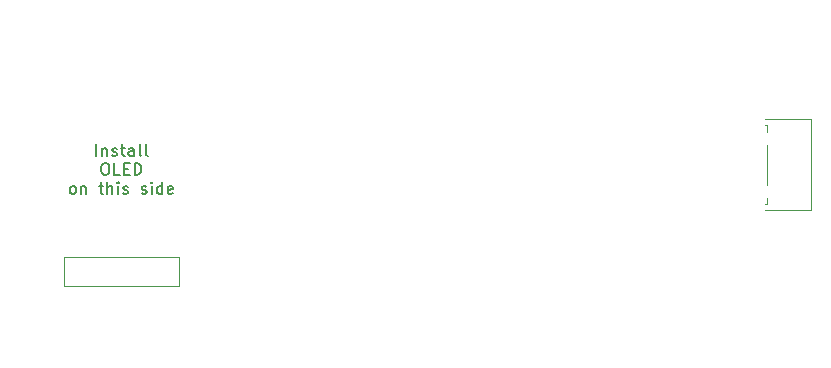
<source format=gbr>
%TF.GenerationSoftware,KiCad,Pcbnew,(6.0.4)*%
%TF.CreationDate,2022-05-04T20:00:02+02:00*%
%TF.ProjectId,TutelPad,54757465-6c50-4616-942e-6b696361645f,rev1.0*%
%TF.SameCoordinates,Original*%
%TF.FileFunction,Legend,Top*%
%TF.FilePolarity,Positive*%
%FSLAX46Y46*%
G04 Gerber Fmt 4.6, Leading zero omitted, Abs format (unit mm)*
G04 Created by KiCad (PCBNEW (6.0.4)) date 2022-05-04 20:00:02*
%MOMM*%
%LPD*%
G01*
G04 APERTURE LIST*
%ADD10C,0.150000*%
%ADD11C,0.120000*%
%ADD12R,1.752600X1.752600*%
%ADD13C,1.752600*%
%ADD14C,1.750000*%
%ADD15C,4.000000*%
%ADD16C,2.500000*%
%ADD17C,2.100000*%
%ADD18C,1.200000*%
%ADD19R,1.600000X2.000000*%
%ADD20O,1.600000X2.000000*%
G04 APERTURE END LIST*
D10*
X151589702Y-99455819D02*
X151589702Y-98455819D01*
X152065892Y-98789153D02*
X152065892Y-99455819D01*
X152065892Y-98884391D02*
X152113511Y-98836772D01*
X152208750Y-98789153D01*
X152351607Y-98789153D01*
X152446845Y-98836772D01*
X152494464Y-98932010D01*
X152494464Y-99455819D01*
X152923035Y-99408200D02*
X153018273Y-99455819D01*
X153208750Y-99455819D01*
X153303988Y-99408200D01*
X153351607Y-99312962D01*
X153351607Y-99265343D01*
X153303988Y-99170105D01*
X153208750Y-99122486D01*
X153065892Y-99122486D01*
X152970654Y-99074867D01*
X152923035Y-98979629D01*
X152923035Y-98932010D01*
X152970654Y-98836772D01*
X153065892Y-98789153D01*
X153208750Y-98789153D01*
X153303988Y-98836772D01*
X153637321Y-98789153D02*
X154018273Y-98789153D01*
X153780178Y-98455819D02*
X153780178Y-99312962D01*
X153827797Y-99408200D01*
X153923035Y-99455819D01*
X154018273Y-99455819D01*
X154780178Y-99455819D02*
X154780178Y-98932010D01*
X154732559Y-98836772D01*
X154637321Y-98789153D01*
X154446845Y-98789153D01*
X154351607Y-98836772D01*
X154780178Y-99408200D02*
X154684940Y-99455819D01*
X154446845Y-99455819D01*
X154351607Y-99408200D01*
X154303988Y-99312962D01*
X154303988Y-99217724D01*
X154351607Y-99122486D01*
X154446845Y-99074867D01*
X154684940Y-99074867D01*
X154780178Y-99027248D01*
X155399226Y-99455819D02*
X155303988Y-99408200D01*
X155256369Y-99312962D01*
X155256369Y-98455819D01*
X155923035Y-99455819D02*
X155827797Y-99408200D01*
X155780178Y-99312962D01*
X155780178Y-98455819D01*
X152256369Y-100065819D02*
X152446845Y-100065819D01*
X152542083Y-100113439D01*
X152637321Y-100208677D01*
X152684940Y-100399153D01*
X152684940Y-100732486D01*
X152637321Y-100922962D01*
X152542083Y-101018200D01*
X152446845Y-101065819D01*
X152256369Y-101065819D01*
X152161130Y-101018200D01*
X152065892Y-100922962D01*
X152018273Y-100732486D01*
X152018273Y-100399153D01*
X152065892Y-100208677D01*
X152161130Y-100113439D01*
X152256369Y-100065819D01*
X153589702Y-101065819D02*
X153113511Y-101065819D01*
X153113511Y-100065819D01*
X153923035Y-100542010D02*
X154256369Y-100542010D01*
X154399226Y-101065819D02*
X153923035Y-101065819D01*
X153923035Y-100065819D01*
X154399226Y-100065819D01*
X154827797Y-101065819D02*
X154827797Y-100065819D01*
X155065892Y-100065819D01*
X155208750Y-100113439D01*
X155303988Y-100208677D01*
X155351607Y-100303915D01*
X155399226Y-100494391D01*
X155399226Y-100637248D01*
X155351607Y-100827724D01*
X155303988Y-100922962D01*
X155208750Y-101018200D01*
X155065892Y-101065819D01*
X154827797Y-101065819D01*
X149518273Y-102675819D02*
X149423035Y-102628200D01*
X149375416Y-102580581D01*
X149327797Y-102485343D01*
X149327797Y-102199629D01*
X149375416Y-102104391D01*
X149423035Y-102056772D01*
X149518273Y-102009153D01*
X149661130Y-102009153D01*
X149756369Y-102056772D01*
X149803988Y-102104391D01*
X149851607Y-102199629D01*
X149851607Y-102485343D01*
X149803988Y-102580581D01*
X149756369Y-102628200D01*
X149661130Y-102675819D01*
X149518273Y-102675819D01*
X150280178Y-102009153D02*
X150280178Y-102675819D01*
X150280178Y-102104391D02*
X150327797Y-102056772D01*
X150423035Y-102009153D01*
X150565892Y-102009153D01*
X150661130Y-102056772D01*
X150708750Y-102152010D01*
X150708750Y-102675819D01*
X151803988Y-102009153D02*
X152184940Y-102009153D01*
X151946845Y-101675819D02*
X151946845Y-102532962D01*
X151994464Y-102628200D01*
X152089702Y-102675819D01*
X152184940Y-102675819D01*
X152518273Y-102675819D02*
X152518273Y-101675819D01*
X152946845Y-102675819D02*
X152946845Y-102152010D01*
X152899226Y-102056772D01*
X152803988Y-102009153D01*
X152661130Y-102009153D01*
X152565892Y-102056772D01*
X152518273Y-102104391D01*
X153423035Y-102675819D02*
X153423035Y-102009153D01*
X153423035Y-101675819D02*
X153375416Y-101723439D01*
X153423035Y-101771058D01*
X153470654Y-101723439D01*
X153423035Y-101675819D01*
X153423035Y-101771058D01*
X153851607Y-102628200D02*
X153946845Y-102675819D01*
X154137321Y-102675819D01*
X154232559Y-102628200D01*
X154280178Y-102532962D01*
X154280178Y-102485343D01*
X154232559Y-102390105D01*
X154137321Y-102342486D01*
X153994464Y-102342486D01*
X153899226Y-102294867D01*
X153851607Y-102199629D01*
X153851607Y-102152010D01*
X153899226Y-102056772D01*
X153994464Y-102009153D01*
X154137321Y-102009153D01*
X154232559Y-102056772D01*
X155423035Y-102628200D02*
X155518273Y-102675819D01*
X155708750Y-102675819D01*
X155803988Y-102628200D01*
X155851607Y-102532962D01*
X155851607Y-102485343D01*
X155803988Y-102390105D01*
X155708750Y-102342486D01*
X155565892Y-102342486D01*
X155470654Y-102294867D01*
X155423035Y-102199629D01*
X155423035Y-102152010D01*
X155470654Y-102056772D01*
X155565892Y-102009153D01*
X155708750Y-102009153D01*
X155803988Y-102056772D01*
X156280178Y-102675819D02*
X156280178Y-102009153D01*
X156280178Y-101675819D02*
X156232559Y-101723439D01*
X156280178Y-101771058D01*
X156327797Y-101723439D01*
X156280178Y-101675819D01*
X156280178Y-101771058D01*
X157184940Y-102675819D02*
X157184940Y-101675819D01*
X157184940Y-102628200D02*
X157089702Y-102675819D01*
X156899226Y-102675819D01*
X156803988Y-102628200D01*
X156756369Y-102580581D01*
X156708750Y-102485343D01*
X156708750Y-102199629D01*
X156756369Y-102104391D01*
X156803988Y-102056772D01*
X156899226Y-102009153D01*
X157089702Y-102009153D01*
X157184940Y-102056772D01*
X158042083Y-102628200D02*
X157946845Y-102675819D01*
X157756369Y-102675819D01*
X157661130Y-102628200D01*
X157613511Y-102532962D01*
X157613511Y-102152010D01*
X157661130Y-102056772D01*
X157756369Y-102009153D01*
X157946845Y-102009153D01*
X158042083Y-102056772D01*
X158089702Y-102152010D01*
X158089702Y-102247248D01*
X157613511Y-102342486D01*
D11*
%TO.C,SW1*%
X208396250Y-96878439D02*
X208396250Y-97418439D01*
X208396250Y-103558439D02*
X208166250Y-103558439D01*
X212066250Y-96358439D02*
X212066250Y-104078439D01*
X212066250Y-96358439D02*
X208166250Y-96358439D01*
X212066250Y-104078439D02*
X208166250Y-104078439D01*
X208396250Y-96878439D02*
X208166250Y-96878439D01*
X208396250Y-98518439D02*
X208396250Y-101918439D01*
X208396250Y-103018439D02*
X208396250Y-103558439D01*
%TO.C,OL1*%
X148818750Y-110454439D02*
X148818750Y-108041439D01*
X158597750Y-110454439D02*
X148818750Y-110454439D01*
X148818750Y-108041439D02*
X158597750Y-108041439D01*
X158597750Y-110454439D02*
X158597750Y-108041439D01*
%TD*%
D12*
%TO.C,U1*%
X145982811Y-87855939D03*
D13*
X145982811Y-90395939D03*
X145982811Y-92935939D03*
X145982811Y-95475939D03*
X145982811Y-98015939D03*
X145982811Y-100555939D03*
X145982811Y-103095939D03*
X145982811Y-105635939D03*
X145982811Y-108175939D03*
X145982811Y-110715939D03*
X145982811Y-113255939D03*
X145982811Y-115795939D03*
X161222811Y-115795939D03*
X161222811Y-113255939D03*
X161222811Y-110715939D03*
X161222811Y-108175939D03*
X161222811Y-105635939D03*
X161222811Y-103095939D03*
X161222811Y-100555939D03*
X161222811Y-98015939D03*
X161222811Y-95475939D03*
X161222811Y-92935939D03*
X161222811Y-90395939D03*
X161222811Y-87855939D03*
%TD*%
%LPC*%
D14*
%TO.C,MX8*%
X192972811Y-109763439D03*
D15*
X198052811Y-109763439D03*
D14*
X203132811Y-109763439D03*
D16*
X194242811Y-107223439D03*
X200592811Y-104683439D03*
%TD*%
D14*
%TO.C,MX5*%
X104072811Y-109763439D03*
X114232811Y-109763439D03*
D15*
X109152811Y-109763439D03*
D16*
X105342811Y-107223439D03*
X111692811Y-104683439D03*
%TD*%
D14*
%TO.C,MX6*%
X123122811Y-109763439D03*
X133282811Y-109763439D03*
D15*
X128202811Y-109763439D03*
D16*
X124392811Y-107223439D03*
X130742811Y-104683439D03*
%TD*%
D17*
%TO.C,SW1*%
X206876250Y-103728439D03*
D18*
X210576250Y-100218439D03*
D17*
X206876250Y-96718439D03*
D14*
X209366250Y-97718439D03*
X209366250Y-102718439D03*
%TD*%
D15*
%TO.C,MX3*%
X179002811Y-90713439D03*
D14*
X184082811Y-90713439D03*
X173922811Y-90713439D03*
D16*
X175192811Y-88173439D03*
X181542811Y-85633439D03*
%TD*%
D15*
%TO.C,MX7*%
X179002811Y-109763439D03*
D14*
X173922811Y-109763439D03*
X184082811Y-109763439D03*
D16*
X175192811Y-107223439D03*
X181542811Y-104683439D03*
%TD*%
D19*
%TO.C,OL1*%
X157518750Y-109243439D03*
D20*
X154978750Y-109243439D03*
X152438750Y-109243439D03*
X149898750Y-109243439D03*
%TD*%
D14*
%TO.C,MX2*%
X133282811Y-90713439D03*
D15*
X128202811Y-90713439D03*
D14*
X123122811Y-90713439D03*
D16*
X124392811Y-88173439D03*
X130742811Y-85633439D03*
%TD*%
D15*
%TO.C,MX1*%
X109152811Y-90713439D03*
D14*
X114232811Y-90713439D03*
X104072811Y-90713439D03*
D16*
X105342811Y-88173439D03*
X111692811Y-85633439D03*
%TD*%
D12*
%TO.C,U1*%
X145982811Y-87855939D03*
D13*
X145982811Y-90395939D03*
X145982811Y-92935939D03*
X145982811Y-95475939D03*
X145982811Y-98015939D03*
X145982811Y-100555939D03*
X145982811Y-103095939D03*
X145982811Y-105635939D03*
X145982811Y-108175939D03*
X145982811Y-110715939D03*
X145982811Y-113255939D03*
X145982811Y-115795939D03*
X161222811Y-115795939D03*
X161222811Y-113255939D03*
X161222811Y-110715939D03*
X161222811Y-108175939D03*
X161222811Y-105635939D03*
X161222811Y-103095939D03*
X161222811Y-100555939D03*
X161222811Y-98015939D03*
X161222811Y-95475939D03*
X161222811Y-92935939D03*
X161222811Y-90395939D03*
X161222811Y-87855939D03*
%TD*%
D14*
%TO.C,MX4*%
X192972811Y-90713439D03*
X203132811Y-90713439D03*
D15*
X198052811Y-90713439D03*
D16*
X194242811Y-88173439D03*
X200592811Y-85633439D03*
%TD*%
M02*

</source>
